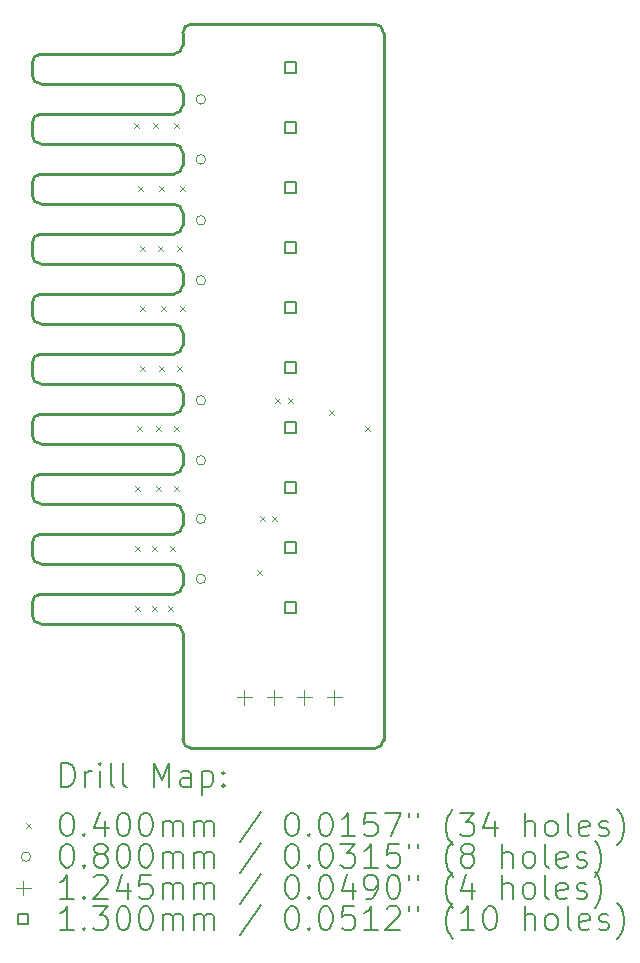
<source format=gbr>
%TF.GenerationSoftware,KiCad,Pcbnew,7.0.10*%
%TF.CreationDate,2024-07-21T08:04:50-04:00*%
%TF.ProjectId,12.1.1 - PLC Connector,31322e31-2e31-4202-9d20-504c4320436f,rev?*%
%TF.SameCoordinates,Original*%
%TF.FileFunction,Drillmap*%
%TF.FilePolarity,Positive*%
%FSLAX45Y45*%
G04 Gerber Fmt 4.5, Leading zero omitted, Abs format (unit mm)*
G04 Created by KiCad (PCBNEW 7.0.10) date 2024-07-21 08:04:50*
%MOMM*%
%LPD*%
G01*
G04 APERTURE LIST*
%ADD10C,0.250000*%
%ADD11C,0.200000*%
%ADD12C,0.100000*%
%ADD13C,0.124460*%
%ADD14C,0.130000*%
G04 APERTURE END LIST*
D10*
X14413613Y-11506217D02*
G75*
G03*
X14338614Y-11431217I-75003J-3D01*
G01*
X13213614Y-8129224D02*
G75*
G03*
X13138614Y-8204217I-5J-74996D01*
G01*
X14413614Y-12626217D02*
X14413614Y-12522217D01*
X14413614Y-10086217D02*
X14413614Y-9982217D01*
X13213614Y-8637217D02*
X14338614Y-8637217D01*
X16038614Y-14009224D02*
G75*
G03*
X16113614Y-13934217I-5J75005D01*
G01*
X14413614Y-11610217D02*
X14413614Y-11506217D01*
X13138613Y-9324217D02*
G75*
G03*
X13213614Y-9399217I74997J-3D01*
G01*
X14413614Y-13934217D02*
X14413614Y-13030217D01*
X13213614Y-9653225D02*
G75*
G03*
X13138614Y-9728217I-5J-74996D01*
G01*
X13138613Y-10848217D02*
G75*
G03*
X13213614Y-10923217I74997J-3D01*
G01*
X13138614Y-8816217D02*
X13138614Y-8712217D01*
X14413613Y-9474217D02*
G75*
G03*
X14338614Y-9399217I-75003J-3D01*
G01*
X13213614Y-11177217D02*
X14338614Y-11177217D01*
X13138614Y-9832217D02*
X13138614Y-9728217D01*
X14338614Y-8891217D02*
X13213614Y-8891217D01*
X14338614Y-12193224D02*
G75*
G03*
X14413614Y-12118217I-5J75005D01*
G01*
X13213614Y-9145217D02*
X14338614Y-9145217D01*
X14488614Y-7875217D02*
X16038614Y-7875217D01*
X13213614Y-10669225D02*
G75*
G03*
X13138614Y-10744217I-5J-74996D01*
G01*
X14413614Y-11102217D02*
X14413614Y-10998217D01*
X14413613Y-13934217D02*
G75*
G03*
X14488614Y-14009217I74997J-3D01*
G01*
X13138613Y-8308217D02*
G75*
G03*
X13213614Y-8383217I74997J-3D01*
G01*
X14338614Y-11685224D02*
G75*
G03*
X14413614Y-11610217I-5J75005D01*
G01*
X13213614Y-12193217D02*
X14338614Y-12193217D01*
X16038614Y-14009217D02*
X14488614Y-14009217D01*
X13213614Y-10669217D02*
X14338614Y-10669217D01*
X14338614Y-10161225D02*
G75*
G03*
X14413614Y-10086217I-5J75005D01*
G01*
X14413613Y-8966217D02*
G75*
G03*
X14338614Y-8891217I-75003J-3D01*
G01*
X14338614Y-10923217D02*
X13213614Y-10923217D01*
X14413614Y-8562217D02*
X14413614Y-8458217D01*
X14338614Y-10669225D02*
G75*
G03*
X14413614Y-10594217I-5J75005D01*
G01*
X13138614Y-12880217D02*
X13138614Y-12776217D01*
X14413614Y-8054217D02*
X14413614Y-7950217D01*
X13138614Y-12372217D02*
X13138614Y-12268217D01*
X16113614Y-7950217D02*
X16113614Y-13934217D01*
X14413613Y-8458217D02*
G75*
G03*
X14338614Y-8383217I-75003J-3D01*
G01*
X13138614Y-10340217D02*
X13138614Y-10236217D01*
X13138614Y-10848217D02*
X13138614Y-10744217D01*
X13138613Y-12372217D02*
G75*
G03*
X13213614Y-12447217I74997J-3D01*
G01*
X13213614Y-12701217D02*
X14338614Y-12701217D01*
X14338614Y-12447217D02*
X13213614Y-12447217D01*
X13138613Y-8816217D02*
G75*
G03*
X13213614Y-8891217I74997J-3D01*
G01*
X14413614Y-9070217D02*
X14413614Y-8966217D01*
X14338614Y-9145225D02*
G75*
G03*
X14413614Y-9070217I-5J75005D01*
G01*
X13138613Y-10340217D02*
G75*
G03*
X13213614Y-10415217I74997J-3D01*
G01*
X13138614Y-11864217D02*
X13138614Y-11760217D01*
X14413613Y-12522217D02*
G75*
G03*
X14338614Y-12447217I-75003J-3D01*
G01*
X14413613Y-9982217D02*
G75*
G03*
X14338614Y-9907217I-75003J-3D01*
G01*
X14488614Y-7875224D02*
G75*
G03*
X14413614Y-7950217I-5J-74996D01*
G01*
X13213614Y-9145225D02*
G75*
G03*
X13138614Y-9220217I-5J-74996D01*
G01*
X16113613Y-7950217D02*
G75*
G03*
X16038614Y-7875217I-75003J-3D01*
G01*
X14413613Y-12014217D02*
G75*
G03*
X14338614Y-11939217I-75003J-3D01*
G01*
X13138613Y-12880217D02*
G75*
G03*
X13213614Y-12955217I74997J-3D01*
G01*
X13138613Y-11864217D02*
G75*
G03*
X13213614Y-11939217I74997J-3D01*
G01*
X13213614Y-10161225D02*
G75*
G03*
X13138614Y-10236217I-5J-74996D01*
G01*
X13213614Y-9653217D02*
X14338614Y-9653217D01*
X13138614Y-11356217D02*
X13138614Y-11252217D01*
X13213614Y-12701224D02*
G75*
G03*
X13138614Y-12776217I-5J-74996D01*
G01*
X14338614Y-8129224D02*
G75*
G03*
X14413614Y-8054217I-5J75005D01*
G01*
X13213614Y-8129217D02*
X14338614Y-8129217D01*
X13138614Y-9324217D02*
X13138614Y-9220217D01*
X13213614Y-11177225D02*
G75*
G03*
X13138614Y-11252217I-5J-74995D01*
G01*
X14338614Y-9399217D02*
X13213614Y-9399217D01*
X13213614Y-8637225D02*
G75*
G03*
X13138614Y-8712217I-5J-74996D01*
G01*
X14338614Y-12701224D02*
G75*
G03*
X14413614Y-12626217I-5J75005D01*
G01*
X14338614Y-11939217D02*
X13213614Y-11939217D01*
X14338614Y-9653225D02*
G75*
G03*
X14413614Y-9578217I-5J75005D01*
G01*
X13213614Y-10161217D02*
X14338614Y-10161217D01*
X14338614Y-8637225D02*
G75*
G03*
X14413614Y-8562217I-5J75005D01*
G01*
X13213614Y-11685224D02*
G75*
G03*
X13138614Y-11760217I-5J-74996D01*
G01*
X13138614Y-8308217D02*
X13138614Y-8204217D01*
X13213614Y-11685217D02*
X14338614Y-11685217D01*
X14413614Y-10594217D02*
X14413614Y-10490217D01*
X14413613Y-10490217D02*
G75*
G03*
X14338614Y-10415217I-75003J-3D01*
G01*
X13213614Y-12193224D02*
G75*
G03*
X13138614Y-12268217I-5J-74996D01*
G01*
X14338614Y-10415217D02*
X13213614Y-10415217D01*
X14413614Y-12118217D02*
X14413614Y-12014217D01*
X14413614Y-9578217D02*
X14413614Y-9474217D01*
X14338614Y-11177225D02*
G75*
G03*
X14413614Y-11102217I-5J75005D01*
G01*
X13138613Y-9832217D02*
G75*
G03*
X13213614Y-9907217I74997J-3D01*
G01*
X13138613Y-11356217D02*
G75*
G03*
X13213614Y-11431217I74997J-3D01*
G01*
X14413613Y-13030217D02*
G75*
G03*
X14338614Y-12955217I-75003J-3D01*
G01*
X14338614Y-8383217D02*
X13213614Y-8383217D01*
X14413613Y-10998217D02*
G75*
G03*
X14338614Y-10923217I-75003J-3D01*
G01*
X14338614Y-11431217D02*
X13213614Y-11431217D01*
X14338614Y-12955217D02*
X13213614Y-12955217D01*
X14338614Y-9907217D02*
X13213614Y-9907217D01*
D11*
D12*
X14000800Y-8717600D02*
X14040800Y-8757600D01*
X14040800Y-8717600D02*
X14000800Y-8757600D01*
X14013500Y-11791000D02*
X14053500Y-11831000D01*
X14053500Y-11791000D02*
X14013500Y-11831000D01*
X14013500Y-12299000D02*
X14053500Y-12339000D01*
X14053500Y-12299000D02*
X14013500Y-12339000D01*
X14013500Y-12807000D02*
X14053500Y-12847000D01*
X14053500Y-12807000D02*
X14013500Y-12847000D01*
X14026200Y-11283000D02*
X14066200Y-11323000D01*
X14066200Y-11283000D02*
X14026200Y-11323000D01*
X14038900Y-9251000D02*
X14078900Y-9291000D01*
X14078900Y-9251000D02*
X14038900Y-9291000D01*
X14051600Y-9759000D02*
X14091600Y-9799000D01*
X14091600Y-9759000D02*
X14051600Y-9799000D01*
X14051600Y-10267000D02*
X14091600Y-10307000D01*
X14091600Y-10267000D02*
X14051600Y-10307000D01*
X14051600Y-10775000D02*
X14091600Y-10815000D01*
X14091600Y-10775000D02*
X14051600Y-10815000D01*
X14153200Y-12299000D02*
X14193200Y-12339000D01*
X14193200Y-12299000D02*
X14153200Y-12339000D01*
X14153200Y-12807000D02*
X14193200Y-12847000D01*
X14193200Y-12807000D02*
X14153200Y-12847000D01*
X14165900Y-8717600D02*
X14205900Y-8757600D01*
X14205900Y-8717600D02*
X14165900Y-8757600D01*
X14191300Y-11283000D02*
X14231300Y-11323000D01*
X14231300Y-11283000D02*
X14191300Y-11323000D01*
X14191300Y-11791000D02*
X14231300Y-11831000D01*
X14231300Y-11791000D02*
X14191300Y-11831000D01*
X14204000Y-9759000D02*
X14244000Y-9799000D01*
X14244000Y-9759000D02*
X14204000Y-9799000D01*
X14216700Y-9251000D02*
X14256700Y-9291000D01*
X14256700Y-9251000D02*
X14216700Y-9291000D01*
X14216700Y-10775000D02*
X14256700Y-10815000D01*
X14256700Y-10775000D02*
X14216700Y-10815000D01*
X14229400Y-10267000D02*
X14269400Y-10307000D01*
X14269400Y-10267000D02*
X14229400Y-10307000D01*
X14292900Y-12807000D02*
X14332900Y-12847000D01*
X14332900Y-12807000D02*
X14292900Y-12847000D01*
X14305600Y-12299000D02*
X14345600Y-12339000D01*
X14345600Y-12299000D02*
X14305600Y-12339000D01*
X14343700Y-8717600D02*
X14383700Y-8757600D01*
X14383700Y-8717600D02*
X14343700Y-8757600D01*
X14343700Y-11283000D02*
X14383700Y-11323000D01*
X14383700Y-11283000D02*
X14343700Y-11323000D01*
X14343700Y-11791000D02*
X14383700Y-11831000D01*
X14383700Y-11791000D02*
X14343700Y-11831000D01*
X14369100Y-9759000D02*
X14409100Y-9799000D01*
X14409100Y-9759000D02*
X14369100Y-9799000D01*
X14369100Y-10775000D02*
X14409100Y-10815000D01*
X14409100Y-10775000D02*
X14369100Y-10815000D01*
X14394500Y-9251000D02*
X14434500Y-9291000D01*
X14434500Y-9251000D02*
X14394500Y-9291000D01*
X14394500Y-10267000D02*
X14434500Y-10307000D01*
X14434500Y-10267000D02*
X14394500Y-10307000D01*
X15042190Y-12502200D02*
X15082190Y-12542200D01*
X15082190Y-12502200D02*
X15042190Y-12542200D01*
X15067600Y-12045000D02*
X15107600Y-12085000D01*
X15107600Y-12045000D02*
X15067600Y-12085000D01*
X15169200Y-12045000D02*
X15209200Y-12085000D01*
X15209200Y-12045000D02*
X15169200Y-12085000D01*
X15194600Y-11041700D02*
X15234600Y-11081700D01*
X15234600Y-11041700D02*
X15194600Y-11081700D01*
X15308900Y-11041700D02*
X15348900Y-11081700D01*
X15348900Y-11041700D02*
X15308900Y-11081700D01*
X15651800Y-11143300D02*
X15691800Y-11183300D01*
X15691800Y-11143300D02*
X15651800Y-11183300D01*
X15956600Y-11283000D02*
X15996600Y-11323000D01*
X15996600Y-11283000D02*
X15956600Y-11323000D01*
X14606900Y-8514000D02*
G75*
G03*
X14526900Y-8514000I-40000J0D01*
G01*
X14526900Y-8514000D02*
G75*
G03*
X14606900Y-8514000I40000J0D01*
G01*
X14606900Y-9022000D02*
G75*
G03*
X14526900Y-9022000I-40000J0D01*
G01*
X14526900Y-9022000D02*
G75*
G03*
X14606900Y-9022000I40000J0D01*
G01*
X14606900Y-9537700D02*
G75*
G03*
X14526900Y-9537700I-40000J0D01*
G01*
X14526900Y-9537700D02*
G75*
G03*
X14606900Y-9537700I40000J0D01*
G01*
X14606900Y-10045700D02*
G75*
G03*
X14526900Y-10045700I-40000J0D01*
G01*
X14526900Y-10045700D02*
G75*
G03*
X14606900Y-10045700I40000J0D01*
G01*
X14606900Y-11061700D02*
G75*
G03*
X14526900Y-11061700I-40000J0D01*
G01*
X14526900Y-11061700D02*
G75*
G03*
X14606900Y-11061700I40000J0D01*
G01*
X14606900Y-11569700D02*
G75*
G03*
X14526900Y-11569700I-40000J0D01*
G01*
X14526900Y-11569700D02*
G75*
G03*
X14606900Y-11569700I40000J0D01*
G01*
X14606900Y-12065000D02*
G75*
G03*
X14526900Y-12065000I-40000J0D01*
G01*
X14526900Y-12065000D02*
G75*
G03*
X14606900Y-12065000I40000J0D01*
G01*
X14606900Y-12573000D02*
G75*
G03*
X14526900Y-12573000I-40000J0D01*
G01*
X14526900Y-12573000D02*
G75*
G03*
X14606900Y-12573000I40000J0D01*
G01*
D13*
X14935200Y-13514070D02*
X14935200Y-13638530D01*
X14872970Y-13576300D02*
X14997430Y-13576300D01*
X15189200Y-13514070D02*
X15189200Y-13638530D01*
X15126970Y-13576300D02*
X15251430Y-13576300D01*
X15443200Y-13514070D02*
X15443200Y-13638530D01*
X15380970Y-13576300D02*
X15505430Y-13576300D01*
X15697200Y-13514070D02*
X15697200Y-13638530D01*
X15634970Y-13576300D02*
X15759430Y-13576300D01*
D14*
X15374862Y-8288262D02*
X15374862Y-8196338D01*
X15282938Y-8196338D01*
X15282938Y-8288262D01*
X15374862Y-8288262D01*
X15374862Y-8796262D02*
X15374862Y-8704338D01*
X15282938Y-8704338D01*
X15282938Y-8796262D01*
X15374862Y-8796262D01*
X15374862Y-9304262D02*
X15374862Y-9212338D01*
X15282938Y-9212338D01*
X15282938Y-9304262D01*
X15374862Y-9304262D01*
X15374862Y-9812262D02*
X15374862Y-9720338D01*
X15282938Y-9720338D01*
X15282938Y-9812262D01*
X15374862Y-9812262D01*
X15374862Y-10320262D02*
X15374862Y-10228338D01*
X15282938Y-10228338D01*
X15282938Y-10320262D01*
X15374862Y-10320262D01*
X15374862Y-10828262D02*
X15374862Y-10736338D01*
X15282938Y-10736338D01*
X15282938Y-10828262D01*
X15374862Y-10828262D01*
X15374862Y-11336262D02*
X15374862Y-11244338D01*
X15282938Y-11244338D01*
X15282938Y-11336262D01*
X15374862Y-11336262D01*
X15374862Y-11844262D02*
X15374862Y-11752338D01*
X15282938Y-11752338D01*
X15282938Y-11844262D01*
X15374862Y-11844262D01*
X15374862Y-12352262D02*
X15374862Y-12260338D01*
X15282938Y-12260338D01*
X15282938Y-12352262D01*
X15374862Y-12352262D01*
X15374862Y-12860262D02*
X15374862Y-12768338D01*
X15282938Y-12768338D01*
X15282938Y-12860262D01*
X15374862Y-12860262D01*
D11*
X13386890Y-14333200D02*
X13386890Y-14133200D01*
X13386890Y-14133200D02*
X13434509Y-14133200D01*
X13434509Y-14133200D02*
X13463081Y-14142724D01*
X13463081Y-14142724D02*
X13482128Y-14161772D01*
X13482128Y-14161772D02*
X13491652Y-14180819D01*
X13491652Y-14180819D02*
X13501176Y-14218915D01*
X13501176Y-14218915D02*
X13501176Y-14247486D01*
X13501176Y-14247486D02*
X13491652Y-14285581D01*
X13491652Y-14285581D02*
X13482128Y-14304629D01*
X13482128Y-14304629D02*
X13463081Y-14323677D01*
X13463081Y-14323677D02*
X13434509Y-14333200D01*
X13434509Y-14333200D02*
X13386890Y-14333200D01*
X13586890Y-14333200D02*
X13586890Y-14199867D01*
X13586890Y-14237962D02*
X13596414Y-14218915D01*
X13596414Y-14218915D02*
X13605938Y-14209391D01*
X13605938Y-14209391D02*
X13624985Y-14199867D01*
X13624985Y-14199867D02*
X13644033Y-14199867D01*
X13710700Y-14333200D02*
X13710700Y-14199867D01*
X13710700Y-14133200D02*
X13701176Y-14142724D01*
X13701176Y-14142724D02*
X13710700Y-14152248D01*
X13710700Y-14152248D02*
X13720223Y-14142724D01*
X13720223Y-14142724D02*
X13710700Y-14133200D01*
X13710700Y-14133200D02*
X13710700Y-14152248D01*
X13834509Y-14333200D02*
X13815462Y-14323677D01*
X13815462Y-14323677D02*
X13805938Y-14304629D01*
X13805938Y-14304629D02*
X13805938Y-14133200D01*
X13939271Y-14333200D02*
X13920223Y-14323677D01*
X13920223Y-14323677D02*
X13910700Y-14304629D01*
X13910700Y-14304629D02*
X13910700Y-14133200D01*
X14167843Y-14333200D02*
X14167843Y-14133200D01*
X14167843Y-14133200D02*
X14234509Y-14276057D01*
X14234509Y-14276057D02*
X14301176Y-14133200D01*
X14301176Y-14133200D02*
X14301176Y-14333200D01*
X14482128Y-14333200D02*
X14482128Y-14228438D01*
X14482128Y-14228438D02*
X14472604Y-14209391D01*
X14472604Y-14209391D02*
X14453557Y-14199867D01*
X14453557Y-14199867D02*
X14415462Y-14199867D01*
X14415462Y-14199867D02*
X14396414Y-14209391D01*
X14482128Y-14323677D02*
X14463081Y-14333200D01*
X14463081Y-14333200D02*
X14415462Y-14333200D01*
X14415462Y-14333200D02*
X14396414Y-14323677D01*
X14396414Y-14323677D02*
X14386890Y-14304629D01*
X14386890Y-14304629D02*
X14386890Y-14285581D01*
X14386890Y-14285581D02*
X14396414Y-14266534D01*
X14396414Y-14266534D02*
X14415462Y-14257010D01*
X14415462Y-14257010D02*
X14463081Y-14257010D01*
X14463081Y-14257010D02*
X14482128Y-14247486D01*
X14577366Y-14199867D02*
X14577366Y-14399867D01*
X14577366Y-14209391D02*
X14596414Y-14199867D01*
X14596414Y-14199867D02*
X14634509Y-14199867D01*
X14634509Y-14199867D02*
X14653557Y-14209391D01*
X14653557Y-14209391D02*
X14663081Y-14218915D01*
X14663081Y-14218915D02*
X14672604Y-14237962D01*
X14672604Y-14237962D02*
X14672604Y-14295105D01*
X14672604Y-14295105D02*
X14663081Y-14314153D01*
X14663081Y-14314153D02*
X14653557Y-14323677D01*
X14653557Y-14323677D02*
X14634509Y-14333200D01*
X14634509Y-14333200D02*
X14596414Y-14333200D01*
X14596414Y-14333200D02*
X14577366Y-14323677D01*
X14758319Y-14314153D02*
X14767843Y-14323677D01*
X14767843Y-14323677D02*
X14758319Y-14333200D01*
X14758319Y-14333200D02*
X14748795Y-14323677D01*
X14748795Y-14323677D02*
X14758319Y-14314153D01*
X14758319Y-14314153D02*
X14758319Y-14333200D01*
X14758319Y-14209391D02*
X14767843Y-14218915D01*
X14767843Y-14218915D02*
X14758319Y-14228438D01*
X14758319Y-14228438D02*
X14748795Y-14218915D01*
X14748795Y-14218915D02*
X14758319Y-14209391D01*
X14758319Y-14209391D02*
X14758319Y-14228438D01*
D12*
X13086113Y-14641717D02*
X13126113Y-14681717D01*
X13126113Y-14641717D02*
X13086113Y-14681717D01*
D11*
X13424985Y-14553200D02*
X13444033Y-14553200D01*
X13444033Y-14553200D02*
X13463081Y-14562724D01*
X13463081Y-14562724D02*
X13472604Y-14572248D01*
X13472604Y-14572248D02*
X13482128Y-14591296D01*
X13482128Y-14591296D02*
X13491652Y-14629391D01*
X13491652Y-14629391D02*
X13491652Y-14677010D01*
X13491652Y-14677010D02*
X13482128Y-14715105D01*
X13482128Y-14715105D02*
X13472604Y-14734153D01*
X13472604Y-14734153D02*
X13463081Y-14743677D01*
X13463081Y-14743677D02*
X13444033Y-14753200D01*
X13444033Y-14753200D02*
X13424985Y-14753200D01*
X13424985Y-14753200D02*
X13405938Y-14743677D01*
X13405938Y-14743677D02*
X13396414Y-14734153D01*
X13396414Y-14734153D02*
X13386890Y-14715105D01*
X13386890Y-14715105D02*
X13377366Y-14677010D01*
X13377366Y-14677010D02*
X13377366Y-14629391D01*
X13377366Y-14629391D02*
X13386890Y-14591296D01*
X13386890Y-14591296D02*
X13396414Y-14572248D01*
X13396414Y-14572248D02*
X13405938Y-14562724D01*
X13405938Y-14562724D02*
X13424985Y-14553200D01*
X13577366Y-14734153D02*
X13586890Y-14743677D01*
X13586890Y-14743677D02*
X13577366Y-14753200D01*
X13577366Y-14753200D02*
X13567843Y-14743677D01*
X13567843Y-14743677D02*
X13577366Y-14734153D01*
X13577366Y-14734153D02*
X13577366Y-14753200D01*
X13758319Y-14619867D02*
X13758319Y-14753200D01*
X13710700Y-14543677D02*
X13663081Y-14686534D01*
X13663081Y-14686534D02*
X13786890Y-14686534D01*
X13901176Y-14553200D02*
X13920224Y-14553200D01*
X13920224Y-14553200D02*
X13939271Y-14562724D01*
X13939271Y-14562724D02*
X13948795Y-14572248D01*
X13948795Y-14572248D02*
X13958319Y-14591296D01*
X13958319Y-14591296D02*
X13967843Y-14629391D01*
X13967843Y-14629391D02*
X13967843Y-14677010D01*
X13967843Y-14677010D02*
X13958319Y-14715105D01*
X13958319Y-14715105D02*
X13948795Y-14734153D01*
X13948795Y-14734153D02*
X13939271Y-14743677D01*
X13939271Y-14743677D02*
X13920224Y-14753200D01*
X13920224Y-14753200D02*
X13901176Y-14753200D01*
X13901176Y-14753200D02*
X13882128Y-14743677D01*
X13882128Y-14743677D02*
X13872604Y-14734153D01*
X13872604Y-14734153D02*
X13863081Y-14715105D01*
X13863081Y-14715105D02*
X13853557Y-14677010D01*
X13853557Y-14677010D02*
X13853557Y-14629391D01*
X13853557Y-14629391D02*
X13863081Y-14591296D01*
X13863081Y-14591296D02*
X13872604Y-14572248D01*
X13872604Y-14572248D02*
X13882128Y-14562724D01*
X13882128Y-14562724D02*
X13901176Y-14553200D01*
X14091652Y-14553200D02*
X14110700Y-14553200D01*
X14110700Y-14553200D02*
X14129747Y-14562724D01*
X14129747Y-14562724D02*
X14139271Y-14572248D01*
X14139271Y-14572248D02*
X14148795Y-14591296D01*
X14148795Y-14591296D02*
X14158319Y-14629391D01*
X14158319Y-14629391D02*
X14158319Y-14677010D01*
X14158319Y-14677010D02*
X14148795Y-14715105D01*
X14148795Y-14715105D02*
X14139271Y-14734153D01*
X14139271Y-14734153D02*
X14129747Y-14743677D01*
X14129747Y-14743677D02*
X14110700Y-14753200D01*
X14110700Y-14753200D02*
X14091652Y-14753200D01*
X14091652Y-14753200D02*
X14072604Y-14743677D01*
X14072604Y-14743677D02*
X14063081Y-14734153D01*
X14063081Y-14734153D02*
X14053557Y-14715105D01*
X14053557Y-14715105D02*
X14044033Y-14677010D01*
X14044033Y-14677010D02*
X14044033Y-14629391D01*
X14044033Y-14629391D02*
X14053557Y-14591296D01*
X14053557Y-14591296D02*
X14063081Y-14572248D01*
X14063081Y-14572248D02*
X14072604Y-14562724D01*
X14072604Y-14562724D02*
X14091652Y-14553200D01*
X14244033Y-14753200D02*
X14244033Y-14619867D01*
X14244033Y-14638915D02*
X14253557Y-14629391D01*
X14253557Y-14629391D02*
X14272604Y-14619867D01*
X14272604Y-14619867D02*
X14301176Y-14619867D01*
X14301176Y-14619867D02*
X14320224Y-14629391D01*
X14320224Y-14629391D02*
X14329747Y-14648438D01*
X14329747Y-14648438D02*
X14329747Y-14753200D01*
X14329747Y-14648438D02*
X14339271Y-14629391D01*
X14339271Y-14629391D02*
X14358319Y-14619867D01*
X14358319Y-14619867D02*
X14386890Y-14619867D01*
X14386890Y-14619867D02*
X14405938Y-14629391D01*
X14405938Y-14629391D02*
X14415462Y-14648438D01*
X14415462Y-14648438D02*
X14415462Y-14753200D01*
X14510700Y-14753200D02*
X14510700Y-14619867D01*
X14510700Y-14638915D02*
X14520224Y-14629391D01*
X14520224Y-14629391D02*
X14539271Y-14619867D01*
X14539271Y-14619867D02*
X14567843Y-14619867D01*
X14567843Y-14619867D02*
X14586890Y-14629391D01*
X14586890Y-14629391D02*
X14596414Y-14648438D01*
X14596414Y-14648438D02*
X14596414Y-14753200D01*
X14596414Y-14648438D02*
X14605938Y-14629391D01*
X14605938Y-14629391D02*
X14624985Y-14619867D01*
X14624985Y-14619867D02*
X14653557Y-14619867D01*
X14653557Y-14619867D02*
X14672605Y-14629391D01*
X14672605Y-14629391D02*
X14682128Y-14648438D01*
X14682128Y-14648438D02*
X14682128Y-14753200D01*
X15072605Y-14543677D02*
X14901176Y-14800819D01*
X15329747Y-14553200D02*
X15348795Y-14553200D01*
X15348795Y-14553200D02*
X15367843Y-14562724D01*
X15367843Y-14562724D02*
X15377367Y-14572248D01*
X15377367Y-14572248D02*
X15386890Y-14591296D01*
X15386890Y-14591296D02*
X15396414Y-14629391D01*
X15396414Y-14629391D02*
X15396414Y-14677010D01*
X15396414Y-14677010D02*
X15386890Y-14715105D01*
X15386890Y-14715105D02*
X15377367Y-14734153D01*
X15377367Y-14734153D02*
X15367843Y-14743677D01*
X15367843Y-14743677D02*
X15348795Y-14753200D01*
X15348795Y-14753200D02*
X15329747Y-14753200D01*
X15329747Y-14753200D02*
X15310700Y-14743677D01*
X15310700Y-14743677D02*
X15301176Y-14734153D01*
X15301176Y-14734153D02*
X15291652Y-14715105D01*
X15291652Y-14715105D02*
X15282128Y-14677010D01*
X15282128Y-14677010D02*
X15282128Y-14629391D01*
X15282128Y-14629391D02*
X15291652Y-14591296D01*
X15291652Y-14591296D02*
X15301176Y-14572248D01*
X15301176Y-14572248D02*
X15310700Y-14562724D01*
X15310700Y-14562724D02*
X15329747Y-14553200D01*
X15482128Y-14734153D02*
X15491652Y-14743677D01*
X15491652Y-14743677D02*
X15482128Y-14753200D01*
X15482128Y-14753200D02*
X15472605Y-14743677D01*
X15472605Y-14743677D02*
X15482128Y-14734153D01*
X15482128Y-14734153D02*
X15482128Y-14753200D01*
X15615462Y-14553200D02*
X15634509Y-14553200D01*
X15634509Y-14553200D02*
X15653557Y-14562724D01*
X15653557Y-14562724D02*
X15663081Y-14572248D01*
X15663081Y-14572248D02*
X15672605Y-14591296D01*
X15672605Y-14591296D02*
X15682128Y-14629391D01*
X15682128Y-14629391D02*
X15682128Y-14677010D01*
X15682128Y-14677010D02*
X15672605Y-14715105D01*
X15672605Y-14715105D02*
X15663081Y-14734153D01*
X15663081Y-14734153D02*
X15653557Y-14743677D01*
X15653557Y-14743677D02*
X15634509Y-14753200D01*
X15634509Y-14753200D02*
X15615462Y-14753200D01*
X15615462Y-14753200D02*
X15596414Y-14743677D01*
X15596414Y-14743677D02*
X15586890Y-14734153D01*
X15586890Y-14734153D02*
X15577367Y-14715105D01*
X15577367Y-14715105D02*
X15567843Y-14677010D01*
X15567843Y-14677010D02*
X15567843Y-14629391D01*
X15567843Y-14629391D02*
X15577367Y-14591296D01*
X15577367Y-14591296D02*
X15586890Y-14572248D01*
X15586890Y-14572248D02*
X15596414Y-14562724D01*
X15596414Y-14562724D02*
X15615462Y-14553200D01*
X15872605Y-14753200D02*
X15758319Y-14753200D01*
X15815462Y-14753200D02*
X15815462Y-14553200D01*
X15815462Y-14553200D02*
X15796414Y-14581772D01*
X15796414Y-14581772D02*
X15777367Y-14600819D01*
X15777367Y-14600819D02*
X15758319Y-14610343D01*
X16053557Y-14553200D02*
X15958319Y-14553200D01*
X15958319Y-14553200D02*
X15948795Y-14648438D01*
X15948795Y-14648438D02*
X15958319Y-14638915D01*
X15958319Y-14638915D02*
X15977367Y-14629391D01*
X15977367Y-14629391D02*
X16024986Y-14629391D01*
X16024986Y-14629391D02*
X16044033Y-14638915D01*
X16044033Y-14638915D02*
X16053557Y-14648438D01*
X16053557Y-14648438D02*
X16063081Y-14667486D01*
X16063081Y-14667486D02*
X16063081Y-14715105D01*
X16063081Y-14715105D02*
X16053557Y-14734153D01*
X16053557Y-14734153D02*
X16044033Y-14743677D01*
X16044033Y-14743677D02*
X16024986Y-14753200D01*
X16024986Y-14753200D02*
X15977367Y-14753200D01*
X15977367Y-14753200D02*
X15958319Y-14743677D01*
X15958319Y-14743677D02*
X15948795Y-14734153D01*
X16129748Y-14553200D02*
X16263081Y-14553200D01*
X16263081Y-14553200D02*
X16177367Y-14753200D01*
X16329748Y-14553200D02*
X16329748Y-14591296D01*
X16405938Y-14553200D02*
X16405938Y-14591296D01*
X16701176Y-14829391D02*
X16691652Y-14819867D01*
X16691652Y-14819867D02*
X16672605Y-14791296D01*
X16672605Y-14791296D02*
X16663081Y-14772248D01*
X16663081Y-14772248D02*
X16653557Y-14743677D01*
X16653557Y-14743677D02*
X16644033Y-14696057D01*
X16644033Y-14696057D02*
X16644033Y-14657962D01*
X16644033Y-14657962D02*
X16653557Y-14610343D01*
X16653557Y-14610343D02*
X16663081Y-14581772D01*
X16663081Y-14581772D02*
X16672605Y-14562724D01*
X16672605Y-14562724D02*
X16691652Y-14534153D01*
X16691652Y-14534153D02*
X16701176Y-14524629D01*
X16758319Y-14553200D02*
X16882129Y-14553200D01*
X16882129Y-14553200D02*
X16815462Y-14629391D01*
X16815462Y-14629391D02*
X16844033Y-14629391D01*
X16844033Y-14629391D02*
X16863081Y-14638915D01*
X16863081Y-14638915D02*
X16872605Y-14648438D01*
X16872605Y-14648438D02*
X16882129Y-14667486D01*
X16882129Y-14667486D02*
X16882129Y-14715105D01*
X16882129Y-14715105D02*
X16872605Y-14734153D01*
X16872605Y-14734153D02*
X16863081Y-14743677D01*
X16863081Y-14743677D02*
X16844033Y-14753200D01*
X16844033Y-14753200D02*
X16786891Y-14753200D01*
X16786891Y-14753200D02*
X16767843Y-14743677D01*
X16767843Y-14743677D02*
X16758319Y-14734153D01*
X17053557Y-14619867D02*
X17053557Y-14753200D01*
X17005938Y-14543677D02*
X16958319Y-14686534D01*
X16958319Y-14686534D02*
X17082129Y-14686534D01*
X17310700Y-14753200D02*
X17310700Y-14553200D01*
X17396414Y-14753200D02*
X17396414Y-14648438D01*
X17396414Y-14648438D02*
X17386891Y-14629391D01*
X17386891Y-14629391D02*
X17367843Y-14619867D01*
X17367843Y-14619867D02*
X17339272Y-14619867D01*
X17339272Y-14619867D02*
X17320224Y-14629391D01*
X17320224Y-14629391D02*
X17310700Y-14638915D01*
X17520224Y-14753200D02*
X17501176Y-14743677D01*
X17501176Y-14743677D02*
X17491653Y-14734153D01*
X17491653Y-14734153D02*
X17482129Y-14715105D01*
X17482129Y-14715105D02*
X17482129Y-14657962D01*
X17482129Y-14657962D02*
X17491653Y-14638915D01*
X17491653Y-14638915D02*
X17501176Y-14629391D01*
X17501176Y-14629391D02*
X17520224Y-14619867D01*
X17520224Y-14619867D02*
X17548795Y-14619867D01*
X17548795Y-14619867D02*
X17567843Y-14629391D01*
X17567843Y-14629391D02*
X17577367Y-14638915D01*
X17577367Y-14638915D02*
X17586891Y-14657962D01*
X17586891Y-14657962D02*
X17586891Y-14715105D01*
X17586891Y-14715105D02*
X17577367Y-14734153D01*
X17577367Y-14734153D02*
X17567843Y-14743677D01*
X17567843Y-14743677D02*
X17548795Y-14753200D01*
X17548795Y-14753200D02*
X17520224Y-14753200D01*
X17701176Y-14753200D02*
X17682129Y-14743677D01*
X17682129Y-14743677D02*
X17672605Y-14724629D01*
X17672605Y-14724629D02*
X17672605Y-14553200D01*
X17853557Y-14743677D02*
X17834510Y-14753200D01*
X17834510Y-14753200D02*
X17796414Y-14753200D01*
X17796414Y-14753200D02*
X17777367Y-14743677D01*
X17777367Y-14743677D02*
X17767843Y-14724629D01*
X17767843Y-14724629D02*
X17767843Y-14648438D01*
X17767843Y-14648438D02*
X17777367Y-14629391D01*
X17777367Y-14629391D02*
X17796414Y-14619867D01*
X17796414Y-14619867D02*
X17834510Y-14619867D01*
X17834510Y-14619867D02*
X17853557Y-14629391D01*
X17853557Y-14629391D02*
X17863081Y-14648438D01*
X17863081Y-14648438D02*
X17863081Y-14667486D01*
X17863081Y-14667486D02*
X17767843Y-14686534D01*
X17939272Y-14743677D02*
X17958319Y-14753200D01*
X17958319Y-14753200D02*
X17996414Y-14753200D01*
X17996414Y-14753200D02*
X18015462Y-14743677D01*
X18015462Y-14743677D02*
X18024986Y-14724629D01*
X18024986Y-14724629D02*
X18024986Y-14715105D01*
X18024986Y-14715105D02*
X18015462Y-14696057D01*
X18015462Y-14696057D02*
X17996414Y-14686534D01*
X17996414Y-14686534D02*
X17967843Y-14686534D01*
X17967843Y-14686534D02*
X17948795Y-14677010D01*
X17948795Y-14677010D02*
X17939272Y-14657962D01*
X17939272Y-14657962D02*
X17939272Y-14648438D01*
X17939272Y-14648438D02*
X17948795Y-14629391D01*
X17948795Y-14629391D02*
X17967843Y-14619867D01*
X17967843Y-14619867D02*
X17996414Y-14619867D01*
X17996414Y-14619867D02*
X18015462Y-14629391D01*
X18091653Y-14829391D02*
X18101176Y-14819867D01*
X18101176Y-14819867D02*
X18120224Y-14791296D01*
X18120224Y-14791296D02*
X18129748Y-14772248D01*
X18129748Y-14772248D02*
X18139272Y-14743677D01*
X18139272Y-14743677D02*
X18148795Y-14696057D01*
X18148795Y-14696057D02*
X18148795Y-14657962D01*
X18148795Y-14657962D02*
X18139272Y-14610343D01*
X18139272Y-14610343D02*
X18129748Y-14581772D01*
X18129748Y-14581772D02*
X18120224Y-14562724D01*
X18120224Y-14562724D02*
X18101176Y-14534153D01*
X18101176Y-14534153D02*
X18091653Y-14524629D01*
D12*
X13126113Y-14925717D02*
G75*
G03*
X13046113Y-14925717I-40000J0D01*
G01*
X13046113Y-14925717D02*
G75*
G03*
X13126113Y-14925717I40000J0D01*
G01*
D11*
X13424985Y-14817200D02*
X13444033Y-14817200D01*
X13444033Y-14817200D02*
X13463081Y-14826724D01*
X13463081Y-14826724D02*
X13472604Y-14836248D01*
X13472604Y-14836248D02*
X13482128Y-14855296D01*
X13482128Y-14855296D02*
X13491652Y-14893391D01*
X13491652Y-14893391D02*
X13491652Y-14941010D01*
X13491652Y-14941010D02*
X13482128Y-14979105D01*
X13482128Y-14979105D02*
X13472604Y-14998153D01*
X13472604Y-14998153D02*
X13463081Y-15007677D01*
X13463081Y-15007677D02*
X13444033Y-15017200D01*
X13444033Y-15017200D02*
X13424985Y-15017200D01*
X13424985Y-15017200D02*
X13405938Y-15007677D01*
X13405938Y-15007677D02*
X13396414Y-14998153D01*
X13396414Y-14998153D02*
X13386890Y-14979105D01*
X13386890Y-14979105D02*
X13377366Y-14941010D01*
X13377366Y-14941010D02*
X13377366Y-14893391D01*
X13377366Y-14893391D02*
X13386890Y-14855296D01*
X13386890Y-14855296D02*
X13396414Y-14836248D01*
X13396414Y-14836248D02*
X13405938Y-14826724D01*
X13405938Y-14826724D02*
X13424985Y-14817200D01*
X13577366Y-14998153D02*
X13586890Y-15007677D01*
X13586890Y-15007677D02*
X13577366Y-15017200D01*
X13577366Y-15017200D02*
X13567843Y-15007677D01*
X13567843Y-15007677D02*
X13577366Y-14998153D01*
X13577366Y-14998153D02*
X13577366Y-15017200D01*
X13701176Y-14902915D02*
X13682128Y-14893391D01*
X13682128Y-14893391D02*
X13672604Y-14883867D01*
X13672604Y-14883867D02*
X13663081Y-14864819D01*
X13663081Y-14864819D02*
X13663081Y-14855296D01*
X13663081Y-14855296D02*
X13672604Y-14836248D01*
X13672604Y-14836248D02*
X13682128Y-14826724D01*
X13682128Y-14826724D02*
X13701176Y-14817200D01*
X13701176Y-14817200D02*
X13739271Y-14817200D01*
X13739271Y-14817200D02*
X13758319Y-14826724D01*
X13758319Y-14826724D02*
X13767843Y-14836248D01*
X13767843Y-14836248D02*
X13777366Y-14855296D01*
X13777366Y-14855296D02*
X13777366Y-14864819D01*
X13777366Y-14864819D02*
X13767843Y-14883867D01*
X13767843Y-14883867D02*
X13758319Y-14893391D01*
X13758319Y-14893391D02*
X13739271Y-14902915D01*
X13739271Y-14902915D02*
X13701176Y-14902915D01*
X13701176Y-14902915D02*
X13682128Y-14912438D01*
X13682128Y-14912438D02*
X13672604Y-14921962D01*
X13672604Y-14921962D02*
X13663081Y-14941010D01*
X13663081Y-14941010D02*
X13663081Y-14979105D01*
X13663081Y-14979105D02*
X13672604Y-14998153D01*
X13672604Y-14998153D02*
X13682128Y-15007677D01*
X13682128Y-15007677D02*
X13701176Y-15017200D01*
X13701176Y-15017200D02*
X13739271Y-15017200D01*
X13739271Y-15017200D02*
X13758319Y-15007677D01*
X13758319Y-15007677D02*
X13767843Y-14998153D01*
X13767843Y-14998153D02*
X13777366Y-14979105D01*
X13777366Y-14979105D02*
X13777366Y-14941010D01*
X13777366Y-14941010D02*
X13767843Y-14921962D01*
X13767843Y-14921962D02*
X13758319Y-14912438D01*
X13758319Y-14912438D02*
X13739271Y-14902915D01*
X13901176Y-14817200D02*
X13920224Y-14817200D01*
X13920224Y-14817200D02*
X13939271Y-14826724D01*
X13939271Y-14826724D02*
X13948795Y-14836248D01*
X13948795Y-14836248D02*
X13958319Y-14855296D01*
X13958319Y-14855296D02*
X13967843Y-14893391D01*
X13967843Y-14893391D02*
X13967843Y-14941010D01*
X13967843Y-14941010D02*
X13958319Y-14979105D01*
X13958319Y-14979105D02*
X13948795Y-14998153D01*
X13948795Y-14998153D02*
X13939271Y-15007677D01*
X13939271Y-15007677D02*
X13920224Y-15017200D01*
X13920224Y-15017200D02*
X13901176Y-15017200D01*
X13901176Y-15017200D02*
X13882128Y-15007677D01*
X13882128Y-15007677D02*
X13872604Y-14998153D01*
X13872604Y-14998153D02*
X13863081Y-14979105D01*
X13863081Y-14979105D02*
X13853557Y-14941010D01*
X13853557Y-14941010D02*
X13853557Y-14893391D01*
X13853557Y-14893391D02*
X13863081Y-14855296D01*
X13863081Y-14855296D02*
X13872604Y-14836248D01*
X13872604Y-14836248D02*
X13882128Y-14826724D01*
X13882128Y-14826724D02*
X13901176Y-14817200D01*
X14091652Y-14817200D02*
X14110700Y-14817200D01*
X14110700Y-14817200D02*
X14129747Y-14826724D01*
X14129747Y-14826724D02*
X14139271Y-14836248D01*
X14139271Y-14836248D02*
X14148795Y-14855296D01*
X14148795Y-14855296D02*
X14158319Y-14893391D01*
X14158319Y-14893391D02*
X14158319Y-14941010D01*
X14158319Y-14941010D02*
X14148795Y-14979105D01*
X14148795Y-14979105D02*
X14139271Y-14998153D01*
X14139271Y-14998153D02*
X14129747Y-15007677D01*
X14129747Y-15007677D02*
X14110700Y-15017200D01*
X14110700Y-15017200D02*
X14091652Y-15017200D01*
X14091652Y-15017200D02*
X14072604Y-15007677D01*
X14072604Y-15007677D02*
X14063081Y-14998153D01*
X14063081Y-14998153D02*
X14053557Y-14979105D01*
X14053557Y-14979105D02*
X14044033Y-14941010D01*
X14044033Y-14941010D02*
X14044033Y-14893391D01*
X14044033Y-14893391D02*
X14053557Y-14855296D01*
X14053557Y-14855296D02*
X14063081Y-14836248D01*
X14063081Y-14836248D02*
X14072604Y-14826724D01*
X14072604Y-14826724D02*
X14091652Y-14817200D01*
X14244033Y-15017200D02*
X14244033Y-14883867D01*
X14244033Y-14902915D02*
X14253557Y-14893391D01*
X14253557Y-14893391D02*
X14272604Y-14883867D01*
X14272604Y-14883867D02*
X14301176Y-14883867D01*
X14301176Y-14883867D02*
X14320224Y-14893391D01*
X14320224Y-14893391D02*
X14329747Y-14912438D01*
X14329747Y-14912438D02*
X14329747Y-15017200D01*
X14329747Y-14912438D02*
X14339271Y-14893391D01*
X14339271Y-14893391D02*
X14358319Y-14883867D01*
X14358319Y-14883867D02*
X14386890Y-14883867D01*
X14386890Y-14883867D02*
X14405938Y-14893391D01*
X14405938Y-14893391D02*
X14415462Y-14912438D01*
X14415462Y-14912438D02*
X14415462Y-15017200D01*
X14510700Y-15017200D02*
X14510700Y-14883867D01*
X14510700Y-14902915D02*
X14520224Y-14893391D01*
X14520224Y-14893391D02*
X14539271Y-14883867D01*
X14539271Y-14883867D02*
X14567843Y-14883867D01*
X14567843Y-14883867D02*
X14586890Y-14893391D01*
X14586890Y-14893391D02*
X14596414Y-14912438D01*
X14596414Y-14912438D02*
X14596414Y-15017200D01*
X14596414Y-14912438D02*
X14605938Y-14893391D01*
X14605938Y-14893391D02*
X14624985Y-14883867D01*
X14624985Y-14883867D02*
X14653557Y-14883867D01*
X14653557Y-14883867D02*
X14672605Y-14893391D01*
X14672605Y-14893391D02*
X14682128Y-14912438D01*
X14682128Y-14912438D02*
X14682128Y-15017200D01*
X15072605Y-14807677D02*
X14901176Y-15064819D01*
X15329747Y-14817200D02*
X15348795Y-14817200D01*
X15348795Y-14817200D02*
X15367843Y-14826724D01*
X15367843Y-14826724D02*
X15377367Y-14836248D01*
X15377367Y-14836248D02*
X15386890Y-14855296D01*
X15386890Y-14855296D02*
X15396414Y-14893391D01*
X15396414Y-14893391D02*
X15396414Y-14941010D01*
X15396414Y-14941010D02*
X15386890Y-14979105D01*
X15386890Y-14979105D02*
X15377367Y-14998153D01*
X15377367Y-14998153D02*
X15367843Y-15007677D01*
X15367843Y-15007677D02*
X15348795Y-15017200D01*
X15348795Y-15017200D02*
X15329747Y-15017200D01*
X15329747Y-15017200D02*
X15310700Y-15007677D01*
X15310700Y-15007677D02*
X15301176Y-14998153D01*
X15301176Y-14998153D02*
X15291652Y-14979105D01*
X15291652Y-14979105D02*
X15282128Y-14941010D01*
X15282128Y-14941010D02*
X15282128Y-14893391D01*
X15282128Y-14893391D02*
X15291652Y-14855296D01*
X15291652Y-14855296D02*
X15301176Y-14836248D01*
X15301176Y-14836248D02*
X15310700Y-14826724D01*
X15310700Y-14826724D02*
X15329747Y-14817200D01*
X15482128Y-14998153D02*
X15491652Y-15007677D01*
X15491652Y-15007677D02*
X15482128Y-15017200D01*
X15482128Y-15017200D02*
X15472605Y-15007677D01*
X15472605Y-15007677D02*
X15482128Y-14998153D01*
X15482128Y-14998153D02*
X15482128Y-15017200D01*
X15615462Y-14817200D02*
X15634509Y-14817200D01*
X15634509Y-14817200D02*
X15653557Y-14826724D01*
X15653557Y-14826724D02*
X15663081Y-14836248D01*
X15663081Y-14836248D02*
X15672605Y-14855296D01*
X15672605Y-14855296D02*
X15682128Y-14893391D01*
X15682128Y-14893391D02*
X15682128Y-14941010D01*
X15682128Y-14941010D02*
X15672605Y-14979105D01*
X15672605Y-14979105D02*
X15663081Y-14998153D01*
X15663081Y-14998153D02*
X15653557Y-15007677D01*
X15653557Y-15007677D02*
X15634509Y-15017200D01*
X15634509Y-15017200D02*
X15615462Y-15017200D01*
X15615462Y-15017200D02*
X15596414Y-15007677D01*
X15596414Y-15007677D02*
X15586890Y-14998153D01*
X15586890Y-14998153D02*
X15577367Y-14979105D01*
X15577367Y-14979105D02*
X15567843Y-14941010D01*
X15567843Y-14941010D02*
X15567843Y-14893391D01*
X15567843Y-14893391D02*
X15577367Y-14855296D01*
X15577367Y-14855296D02*
X15586890Y-14836248D01*
X15586890Y-14836248D02*
X15596414Y-14826724D01*
X15596414Y-14826724D02*
X15615462Y-14817200D01*
X15748795Y-14817200D02*
X15872605Y-14817200D01*
X15872605Y-14817200D02*
X15805938Y-14893391D01*
X15805938Y-14893391D02*
X15834509Y-14893391D01*
X15834509Y-14893391D02*
X15853557Y-14902915D01*
X15853557Y-14902915D02*
X15863081Y-14912438D01*
X15863081Y-14912438D02*
X15872605Y-14931486D01*
X15872605Y-14931486D02*
X15872605Y-14979105D01*
X15872605Y-14979105D02*
X15863081Y-14998153D01*
X15863081Y-14998153D02*
X15853557Y-15007677D01*
X15853557Y-15007677D02*
X15834509Y-15017200D01*
X15834509Y-15017200D02*
X15777367Y-15017200D01*
X15777367Y-15017200D02*
X15758319Y-15007677D01*
X15758319Y-15007677D02*
X15748795Y-14998153D01*
X16063081Y-15017200D02*
X15948795Y-15017200D01*
X16005938Y-15017200D02*
X16005938Y-14817200D01*
X16005938Y-14817200D02*
X15986890Y-14845772D01*
X15986890Y-14845772D02*
X15967843Y-14864819D01*
X15967843Y-14864819D02*
X15948795Y-14874343D01*
X16244033Y-14817200D02*
X16148795Y-14817200D01*
X16148795Y-14817200D02*
X16139271Y-14912438D01*
X16139271Y-14912438D02*
X16148795Y-14902915D01*
X16148795Y-14902915D02*
X16167843Y-14893391D01*
X16167843Y-14893391D02*
X16215462Y-14893391D01*
X16215462Y-14893391D02*
X16234509Y-14902915D01*
X16234509Y-14902915D02*
X16244033Y-14912438D01*
X16244033Y-14912438D02*
X16253557Y-14931486D01*
X16253557Y-14931486D02*
X16253557Y-14979105D01*
X16253557Y-14979105D02*
X16244033Y-14998153D01*
X16244033Y-14998153D02*
X16234509Y-15007677D01*
X16234509Y-15007677D02*
X16215462Y-15017200D01*
X16215462Y-15017200D02*
X16167843Y-15017200D01*
X16167843Y-15017200D02*
X16148795Y-15007677D01*
X16148795Y-15007677D02*
X16139271Y-14998153D01*
X16329748Y-14817200D02*
X16329748Y-14855296D01*
X16405938Y-14817200D02*
X16405938Y-14855296D01*
X16701176Y-15093391D02*
X16691652Y-15083867D01*
X16691652Y-15083867D02*
X16672605Y-15055296D01*
X16672605Y-15055296D02*
X16663081Y-15036248D01*
X16663081Y-15036248D02*
X16653557Y-15007677D01*
X16653557Y-15007677D02*
X16644033Y-14960057D01*
X16644033Y-14960057D02*
X16644033Y-14921962D01*
X16644033Y-14921962D02*
X16653557Y-14874343D01*
X16653557Y-14874343D02*
X16663081Y-14845772D01*
X16663081Y-14845772D02*
X16672605Y-14826724D01*
X16672605Y-14826724D02*
X16691652Y-14798153D01*
X16691652Y-14798153D02*
X16701176Y-14788629D01*
X16805938Y-14902915D02*
X16786891Y-14893391D01*
X16786891Y-14893391D02*
X16777367Y-14883867D01*
X16777367Y-14883867D02*
X16767843Y-14864819D01*
X16767843Y-14864819D02*
X16767843Y-14855296D01*
X16767843Y-14855296D02*
X16777367Y-14836248D01*
X16777367Y-14836248D02*
X16786891Y-14826724D01*
X16786891Y-14826724D02*
X16805938Y-14817200D01*
X16805938Y-14817200D02*
X16844033Y-14817200D01*
X16844033Y-14817200D02*
X16863081Y-14826724D01*
X16863081Y-14826724D02*
X16872605Y-14836248D01*
X16872605Y-14836248D02*
X16882129Y-14855296D01*
X16882129Y-14855296D02*
X16882129Y-14864819D01*
X16882129Y-14864819D02*
X16872605Y-14883867D01*
X16872605Y-14883867D02*
X16863081Y-14893391D01*
X16863081Y-14893391D02*
X16844033Y-14902915D01*
X16844033Y-14902915D02*
X16805938Y-14902915D01*
X16805938Y-14902915D02*
X16786891Y-14912438D01*
X16786891Y-14912438D02*
X16777367Y-14921962D01*
X16777367Y-14921962D02*
X16767843Y-14941010D01*
X16767843Y-14941010D02*
X16767843Y-14979105D01*
X16767843Y-14979105D02*
X16777367Y-14998153D01*
X16777367Y-14998153D02*
X16786891Y-15007677D01*
X16786891Y-15007677D02*
X16805938Y-15017200D01*
X16805938Y-15017200D02*
X16844033Y-15017200D01*
X16844033Y-15017200D02*
X16863081Y-15007677D01*
X16863081Y-15007677D02*
X16872605Y-14998153D01*
X16872605Y-14998153D02*
X16882129Y-14979105D01*
X16882129Y-14979105D02*
X16882129Y-14941010D01*
X16882129Y-14941010D02*
X16872605Y-14921962D01*
X16872605Y-14921962D02*
X16863081Y-14912438D01*
X16863081Y-14912438D02*
X16844033Y-14902915D01*
X17120224Y-15017200D02*
X17120224Y-14817200D01*
X17205938Y-15017200D02*
X17205938Y-14912438D01*
X17205938Y-14912438D02*
X17196414Y-14893391D01*
X17196414Y-14893391D02*
X17177367Y-14883867D01*
X17177367Y-14883867D02*
X17148795Y-14883867D01*
X17148795Y-14883867D02*
X17129748Y-14893391D01*
X17129748Y-14893391D02*
X17120224Y-14902915D01*
X17329748Y-15017200D02*
X17310700Y-15007677D01*
X17310700Y-15007677D02*
X17301176Y-14998153D01*
X17301176Y-14998153D02*
X17291653Y-14979105D01*
X17291653Y-14979105D02*
X17291653Y-14921962D01*
X17291653Y-14921962D02*
X17301176Y-14902915D01*
X17301176Y-14902915D02*
X17310700Y-14893391D01*
X17310700Y-14893391D02*
X17329748Y-14883867D01*
X17329748Y-14883867D02*
X17358319Y-14883867D01*
X17358319Y-14883867D02*
X17377367Y-14893391D01*
X17377367Y-14893391D02*
X17386891Y-14902915D01*
X17386891Y-14902915D02*
X17396414Y-14921962D01*
X17396414Y-14921962D02*
X17396414Y-14979105D01*
X17396414Y-14979105D02*
X17386891Y-14998153D01*
X17386891Y-14998153D02*
X17377367Y-15007677D01*
X17377367Y-15007677D02*
X17358319Y-15017200D01*
X17358319Y-15017200D02*
X17329748Y-15017200D01*
X17510700Y-15017200D02*
X17491653Y-15007677D01*
X17491653Y-15007677D02*
X17482129Y-14988629D01*
X17482129Y-14988629D02*
X17482129Y-14817200D01*
X17663081Y-15007677D02*
X17644034Y-15017200D01*
X17644034Y-15017200D02*
X17605938Y-15017200D01*
X17605938Y-15017200D02*
X17586891Y-15007677D01*
X17586891Y-15007677D02*
X17577367Y-14988629D01*
X17577367Y-14988629D02*
X17577367Y-14912438D01*
X17577367Y-14912438D02*
X17586891Y-14893391D01*
X17586891Y-14893391D02*
X17605938Y-14883867D01*
X17605938Y-14883867D02*
X17644034Y-14883867D01*
X17644034Y-14883867D02*
X17663081Y-14893391D01*
X17663081Y-14893391D02*
X17672605Y-14912438D01*
X17672605Y-14912438D02*
X17672605Y-14931486D01*
X17672605Y-14931486D02*
X17577367Y-14950534D01*
X17748795Y-15007677D02*
X17767843Y-15017200D01*
X17767843Y-15017200D02*
X17805938Y-15017200D01*
X17805938Y-15017200D02*
X17824986Y-15007677D01*
X17824986Y-15007677D02*
X17834510Y-14988629D01*
X17834510Y-14988629D02*
X17834510Y-14979105D01*
X17834510Y-14979105D02*
X17824986Y-14960057D01*
X17824986Y-14960057D02*
X17805938Y-14950534D01*
X17805938Y-14950534D02*
X17777367Y-14950534D01*
X17777367Y-14950534D02*
X17758319Y-14941010D01*
X17758319Y-14941010D02*
X17748795Y-14921962D01*
X17748795Y-14921962D02*
X17748795Y-14912438D01*
X17748795Y-14912438D02*
X17758319Y-14893391D01*
X17758319Y-14893391D02*
X17777367Y-14883867D01*
X17777367Y-14883867D02*
X17805938Y-14883867D01*
X17805938Y-14883867D02*
X17824986Y-14893391D01*
X17901176Y-15093391D02*
X17910700Y-15083867D01*
X17910700Y-15083867D02*
X17929748Y-15055296D01*
X17929748Y-15055296D02*
X17939272Y-15036248D01*
X17939272Y-15036248D02*
X17948795Y-15007677D01*
X17948795Y-15007677D02*
X17958319Y-14960057D01*
X17958319Y-14960057D02*
X17958319Y-14921962D01*
X17958319Y-14921962D02*
X17948795Y-14874343D01*
X17948795Y-14874343D02*
X17939272Y-14845772D01*
X17939272Y-14845772D02*
X17929748Y-14826724D01*
X17929748Y-14826724D02*
X17910700Y-14798153D01*
X17910700Y-14798153D02*
X17901176Y-14788629D01*
D13*
X13063883Y-15127487D02*
X13063883Y-15251947D01*
X13001653Y-15189717D02*
X13126113Y-15189717D01*
D11*
X13491652Y-15281200D02*
X13377366Y-15281200D01*
X13434509Y-15281200D02*
X13434509Y-15081200D01*
X13434509Y-15081200D02*
X13415462Y-15109772D01*
X13415462Y-15109772D02*
X13396414Y-15128819D01*
X13396414Y-15128819D02*
X13377366Y-15138343D01*
X13577366Y-15262153D02*
X13586890Y-15271677D01*
X13586890Y-15271677D02*
X13577366Y-15281200D01*
X13577366Y-15281200D02*
X13567843Y-15271677D01*
X13567843Y-15271677D02*
X13577366Y-15262153D01*
X13577366Y-15262153D02*
X13577366Y-15281200D01*
X13663081Y-15100248D02*
X13672604Y-15090724D01*
X13672604Y-15090724D02*
X13691652Y-15081200D01*
X13691652Y-15081200D02*
X13739271Y-15081200D01*
X13739271Y-15081200D02*
X13758319Y-15090724D01*
X13758319Y-15090724D02*
X13767843Y-15100248D01*
X13767843Y-15100248D02*
X13777366Y-15119296D01*
X13777366Y-15119296D02*
X13777366Y-15138343D01*
X13777366Y-15138343D02*
X13767843Y-15166915D01*
X13767843Y-15166915D02*
X13653557Y-15281200D01*
X13653557Y-15281200D02*
X13777366Y-15281200D01*
X13948795Y-15147867D02*
X13948795Y-15281200D01*
X13901176Y-15071677D02*
X13853557Y-15214534D01*
X13853557Y-15214534D02*
X13977366Y-15214534D01*
X14148795Y-15081200D02*
X14053557Y-15081200D01*
X14053557Y-15081200D02*
X14044033Y-15176438D01*
X14044033Y-15176438D02*
X14053557Y-15166915D01*
X14053557Y-15166915D02*
X14072604Y-15157391D01*
X14072604Y-15157391D02*
X14120224Y-15157391D01*
X14120224Y-15157391D02*
X14139271Y-15166915D01*
X14139271Y-15166915D02*
X14148795Y-15176438D01*
X14148795Y-15176438D02*
X14158319Y-15195486D01*
X14158319Y-15195486D02*
X14158319Y-15243105D01*
X14158319Y-15243105D02*
X14148795Y-15262153D01*
X14148795Y-15262153D02*
X14139271Y-15271677D01*
X14139271Y-15271677D02*
X14120224Y-15281200D01*
X14120224Y-15281200D02*
X14072604Y-15281200D01*
X14072604Y-15281200D02*
X14053557Y-15271677D01*
X14053557Y-15271677D02*
X14044033Y-15262153D01*
X14244033Y-15281200D02*
X14244033Y-15147867D01*
X14244033Y-15166915D02*
X14253557Y-15157391D01*
X14253557Y-15157391D02*
X14272604Y-15147867D01*
X14272604Y-15147867D02*
X14301176Y-15147867D01*
X14301176Y-15147867D02*
X14320224Y-15157391D01*
X14320224Y-15157391D02*
X14329747Y-15176438D01*
X14329747Y-15176438D02*
X14329747Y-15281200D01*
X14329747Y-15176438D02*
X14339271Y-15157391D01*
X14339271Y-15157391D02*
X14358319Y-15147867D01*
X14358319Y-15147867D02*
X14386890Y-15147867D01*
X14386890Y-15147867D02*
X14405938Y-15157391D01*
X14405938Y-15157391D02*
X14415462Y-15176438D01*
X14415462Y-15176438D02*
X14415462Y-15281200D01*
X14510700Y-15281200D02*
X14510700Y-15147867D01*
X14510700Y-15166915D02*
X14520224Y-15157391D01*
X14520224Y-15157391D02*
X14539271Y-15147867D01*
X14539271Y-15147867D02*
X14567843Y-15147867D01*
X14567843Y-15147867D02*
X14586890Y-15157391D01*
X14586890Y-15157391D02*
X14596414Y-15176438D01*
X14596414Y-15176438D02*
X14596414Y-15281200D01*
X14596414Y-15176438D02*
X14605938Y-15157391D01*
X14605938Y-15157391D02*
X14624985Y-15147867D01*
X14624985Y-15147867D02*
X14653557Y-15147867D01*
X14653557Y-15147867D02*
X14672605Y-15157391D01*
X14672605Y-15157391D02*
X14682128Y-15176438D01*
X14682128Y-15176438D02*
X14682128Y-15281200D01*
X15072605Y-15071677D02*
X14901176Y-15328819D01*
X15329747Y-15081200D02*
X15348795Y-15081200D01*
X15348795Y-15081200D02*
X15367843Y-15090724D01*
X15367843Y-15090724D02*
X15377367Y-15100248D01*
X15377367Y-15100248D02*
X15386890Y-15119296D01*
X15386890Y-15119296D02*
X15396414Y-15157391D01*
X15396414Y-15157391D02*
X15396414Y-15205010D01*
X15396414Y-15205010D02*
X15386890Y-15243105D01*
X15386890Y-15243105D02*
X15377367Y-15262153D01*
X15377367Y-15262153D02*
X15367843Y-15271677D01*
X15367843Y-15271677D02*
X15348795Y-15281200D01*
X15348795Y-15281200D02*
X15329747Y-15281200D01*
X15329747Y-15281200D02*
X15310700Y-15271677D01*
X15310700Y-15271677D02*
X15301176Y-15262153D01*
X15301176Y-15262153D02*
X15291652Y-15243105D01*
X15291652Y-15243105D02*
X15282128Y-15205010D01*
X15282128Y-15205010D02*
X15282128Y-15157391D01*
X15282128Y-15157391D02*
X15291652Y-15119296D01*
X15291652Y-15119296D02*
X15301176Y-15100248D01*
X15301176Y-15100248D02*
X15310700Y-15090724D01*
X15310700Y-15090724D02*
X15329747Y-15081200D01*
X15482128Y-15262153D02*
X15491652Y-15271677D01*
X15491652Y-15271677D02*
X15482128Y-15281200D01*
X15482128Y-15281200D02*
X15472605Y-15271677D01*
X15472605Y-15271677D02*
X15482128Y-15262153D01*
X15482128Y-15262153D02*
X15482128Y-15281200D01*
X15615462Y-15081200D02*
X15634509Y-15081200D01*
X15634509Y-15081200D02*
X15653557Y-15090724D01*
X15653557Y-15090724D02*
X15663081Y-15100248D01*
X15663081Y-15100248D02*
X15672605Y-15119296D01*
X15672605Y-15119296D02*
X15682128Y-15157391D01*
X15682128Y-15157391D02*
X15682128Y-15205010D01*
X15682128Y-15205010D02*
X15672605Y-15243105D01*
X15672605Y-15243105D02*
X15663081Y-15262153D01*
X15663081Y-15262153D02*
X15653557Y-15271677D01*
X15653557Y-15271677D02*
X15634509Y-15281200D01*
X15634509Y-15281200D02*
X15615462Y-15281200D01*
X15615462Y-15281200D02*
X15596414Y-15271677D01*
X15596414Y-15271677D02*
X15586890Y-15262153D01*
X15586890Y-15262153D02*
X15577367Y-15243105D01*
X15577367Y-15243105D02*
X15567843Y-15205010D01*
X15567843Y-15205010D02*
X15567843Y-15157391D01*
X15567843Y-15157391D02*
X15577367Y-15119296D01*
X15577367Y-15119296D02*
X15586890Y-15100248D01*
X15586890Y-15100248D02*
X15596414Y-15090724D01*
X15596414Y-15090724D02*
X15615462Y-15081200D01*
X15853557Y-15147867D02*
X15853557Y-15281200D01*
X15805938Y-15071677D02*
X15758319Y-15214534D01*
X15758319Y-15214534D02*
X15882128Y-15214534D01*
X15967843Y-15281200D02*
X16005938Y-15281200D01*
X16005938Y-15281200D02*
X16024986Y-15271677D01*
X16024986Y-15271677D02*
X16034509Y-15262153D01*
X16034509Y-15262153D02*
X16053557Y-15233581D01*
X16053557Y-15233581D02*
X16063081Y-15195486D01*
X16063081Y-15195486D02*
X16063081Y-15119296D01*
X16063081Y-15119296D02*
X16053557Y-15100248D01*
X16053557Y-15100248D02*
X16044033Y-15090724D01*
X16044033Y-15090724D02*
X16024986Y-15081200D01*
X16024986Y-15081200D02*
X15986890Y-15081200D01*
X15986890Y-15081200D02*
X15967843Y-15090724D01*
X15967843Y-15090724D02*
X15958319Y-15100248D01*
X15958319Y-15100248D02*
X15948795Y-15119296D01*
X15948795Y-15119296D02*
X15948795Y-15166915D01*
X15948795Y-15166915D02*
X15958319Y-15185962D01*
X15958319Y-15185962D02*
X15967843Y-15195486D01*
X15967843Y-15195486D02*
X15986890Y-15205010D01*
X15986890Y-15205010D02*
X16024986Y-15205010D01*
X16024986Y-15205010D02*
X16044033Y-15195486D01*
X16044033Y-15195486D02*
X16053557Y-15185962D01*
X16053557Y-15185962D02*
X16063081Y-15166915D01*
X16186890Y-15081200D02*
X16205938Y-15081200D01*
X16205938Y-15081200D02*
X16224986Y-15090724D01*
X16224986Y-15090724D02*
X16234509Y-15100248D01*
X16234509Y-15100248D02*
X16244033Y-15119296D01*
X16244033Y-15119296D02*
X16253557Y-15157391D01*
X16253557Y-15157391D02*
X16253557Y-15205010D01*
X16253557Y-15205010D02*
X16244033Y-15243105D01*
X16244033Y-15243105D02*
X16234509Y-15262153D01*
X16234509Y-15262153D02*
X16224986Y-15271677D01*
X16224986Y-15271677D02*
X16205938Y-15281200D01*
X16205938Y-15281200D02*
X16186890Y-15281200D01*
X16186890Y-15281200D02*
X16167843Y-15271677D01*
X16167843Y-15271677D02*
X16158319Y-15262153D01*
X16158319Y-15262153D02*
X16148795Y-15243105D01*
X16148795Y-15243105D02*
X16139271Y-15205010D01*
X16139271Y-15205010D02*
X16139271Y-15157391D01*
X16139271Y-15157391D02*
X16148795Y-15119296D01*
X16148795Y-15119296D02*
X16158319Y-15100248D01*
X16158319Y-15100248D02*
X16167843Y-15090724D01*
X16167843Y-15090724D02*
X16186890Y-15081200D01*
X16329748Y-15081200D02*
X16329748Y-15119296D01*
X16405938Y-15081200D02*
X16405938Y-15119296D01*
X16701176Y-15357391D02*
X16691652Y-15347867D01*
X16691652Y-15347867D02*
X16672605Y-15319296D01*
X16672605Y-15319296D02*
X16663081Y-15300248D01*
X16663081Y-15300248D02*
X16653557Y-15271677D01*
X16653557Y-15271677D02*
X16644033Y-15224057D01*
X16644033Y-15224057D02*
X16644033Y-15185962D01*
X16644033Y-15185962D02*
X16653557Y-15138343D01*
X16653557Y-15138343D02*
X16663081Y-15109772D01*
X16663081Y-15109772D02*
X16672605Y-15090724D01*
X16672605Y-15090724D02*
X16691652Y-15062153D01*
X16691652Y-15062153D02*
X16701176Y-15052629D01*
X16863081Y-15147867D02*
X16863081Y-15281200D01*
X16815462Y-15071677D02*
X16767843Y-15214534D01*
X16767843Y-15214534D02*
X16891652Y-15214534D01*
X17120224Y-15281200D02*
X17120224Y-15081200D01*
X17205938Y-15281200D02*
X17205938Y-15176438D01*
X17205938Y-15176438D02*
X17196414Y-15157391D01*
X17196414Y-15157391D02*
X17177367Y-15147867D01*
X17177367Y-15147867D02*
X17148795Y-15147867D01*
X17148795Y-15147867D02*
X17129748Y-15157391D01*
X17129748Y-15157391D02*
X17120224Y-15166915D01*
X17329748Y-15281200D02*
X17310700Y-15271677D01*
X17310700Y-15271677D02*
X17301176Y-15262153D01*
X17301176Y-15262153D02*
X17291653Y-15243105D01*
X17291653Y-15243105D02*
X17291653Y-15185962D01*
X17291653Y-15185962D02*
X17301176Y-15166915D01*
X17301176Y-15166915D02*
X17310700Y-15157391D01*
X17310700Y-15157391D02*
X17329748Y-15147867D01*
X17329748Y-15147867D02*
X17358319Y-15147867D01*
X17358319Y-15147867D02*
X17377367Y-15157391D01*
X17377367Y-15157391D02*
X17386891Y-15166915D01*
X17386891Y-15166915D02*
X17396414Y-15185962D01*
X17396414Y-15185962D02*
X17396414Y-15243105D01*
X17396414Y-15243105D02*
X17386891Y-15262153D01*
X17386891Y-15262153D02*
X17377367Y-15271677D01*
X17377367Y-15271677D02*
X17358319Y-15281200D01*
X17358319Y-15281200D02*
X17329748Y-15281200D01*
X17510700Y-15281200D02*
X17491653Y-15271677D01*
X17491653Y-15271677D02*
X17482129Y-15252629D01*
X17482129Y-15252629D02*
X17482129Y-15081200D01*
X17663081Y-15271677D02*
X17644034Y-15281200D01*
X17644034Y-15281200D02*
X17605938Y-15281200D01*
X17605938Y-15281200D02*
X17586891Y-15271677D01*
X17586891Y-15271677D02*
X17577367Y-15252629D01*
X17577367Y-15252629D02*
X17577367Y-15176438D01*
X17577367Y-15176438D02*
X17586891Y-15157391D01*
X17586891Y-15157391D02*
X17605938Y-15147867D01*
X17605938Y-15147867D02*
X17644034Y-15147867D01*
X17644034Y-15147867D02*
X17663081Y-15157391D01*
X17663081Y-15157391D02*
X17672605Y-15176438D01*
X17672605Y-15176438D02*
X17672605Y-15195486D01*
X17672605Y-15195486D02*
X17577367Y-15214534D01*
X17748795Y-15271677D02*
X17767843Y-15281200D01*
X17767843Y-15281200D02*
X17805938Y-15281200D01*
X17805938Y-15281200D02*
X17824986Y-15271677D01*
X17824986Y-15271677D02*
X17834510Y-15252629D01*
X17834510Y-15252629D02*
X17834510Y-15243105D01*
X17834510Y-15243105D02*
X17824986Y-15224057D01*
X17824986Y-15224057D02*
X17805938Y-15214534D01*
X17805938Y-15214534D02*
X17777367Y-15214534D01*
X17777367Y-15214534D02*
X17758319Y-15205010D01*
X17758319Y-15205010D02*
X17748795Y-15185962D01*
X17748795Y-15185962D02*
X17748795Y-15176438D01*
X17748795Y-15176438D02*
X17758319Y-15157391D01*
X17758319Y-15157391D02*
X17777367Y-15147867D01*
X17777367Y-15147867D02*
X17805938Y-15147867D01*
X17805938Y-15147867D02*
X17824986Y-15157391D01*
X17901176Y-15357391D02*
X17910700Y-15347867D01*
X17910700Y-15347867D02*
X17929748Y-15319296D01*
X17929748Y-15319296D02*
X17939272Y-15300248D01*
X17939272Y-15300248D02*
X17948795Y-15271677D01*
X17948795Y-15271677D02*
X17958319Y-15224057D01*
X17958319Y-15224057D02*
X17958319Y-15185962D01*
X17958319Y-15185962D02*
X17948795Y-15138343D01*
X17948795Y-15138343D02*
X17939272Y-15109772D01*
X17939272Y-15109772D02*
X17929748Y-15090724D01*
X17929748Y-15090724D02*
X17910700Y-15062153D01*
X17910700Y-15062153D02*
X17901176Y-15052629D01*
D14*
X13107076Y-15499679D02*
X13107076Y-15407754D01*
X13015151Y-15407754D01*
X13015151Y-15499679D01*
X13107076Y-15499679D01*
D11*
X13491652Y-15545200D02*
X13377366Y-15545200D01*
X13434509Y-15545200D02*
X13434509Y-15345200D01*
X13434509Y-15345200D02*
X13415462Y-15373772D01*
X13415462Y-15373772D02*
X13396414Y-15392819D01*
X13396414Y-15392819D02*
X13377366Y-15402343D01*
X13577366Y-15526153D02*
X13586890Y-15535677D01*
X13586890Y-15535677D02*
X13577366Y-15545200D01*
X13577366Y-15545200D02*
X13567843Y-15535677D01*
X13567843Y-15535677D02*
X13577366Y-15526153D01*
X13577366Y-15526153D02*
X13577366Y-15545200D01*
X13653557Y-15345200D02*
X13777366Y-15345200D01*
X13777366Y-15345200D02*
X13710700Y-15421391D01*
X13710700Y-15421391D02*
X13739271Y-15421391D01*
X13739271Y-15421391D02*
X13758319Y-15430915D01*
X13758319Y-15430915D02*
X13767843Y-15440438D01*
X13767843Y-15440438D02*
X13777366Y-15459486D01*
X13777366Y-15459486D02*
X13777366Y-15507105D01*
X13777366Y-15507105D02*
X13767843Y-15526153D01*
X13767843Y-15526153D02*
X13758319Y-15535677D01*
X13758319Y-15535677D02*
X13739271Y-15545200D01*
X13739271Y-15545200D02*
X13682128Y-15545200D01*
X13682128Y-15545200D02*
X13663081Y-15535677D01*
X13663081Y-15535677D02*
X13653557Y-15526153D01*
X13901176Y-15345200D02*
X13920224Y-15345200D01*
X13920224Y-15345200D02*
X13939271Y-15354724D01*
X13939271Y-15354724D02*
X13948795Y-15364248D01*
X13948795Y-15364248D02*
X13958319Y-15383296D01*
X13958319Y-15383296D02*
X13967843Y-15421391D01*
X13967843Y-15421391D02*
X13967843Y-15469010D01*
X13967843Y-15469010D02*
X13958319Y-15507105D01*
X13958319Y-15507105D02*
X13948795Y-15526153D01*
X13948795Y-15526153D02*
X13939271Y-15535677D01*
X13939271Y-15535677D02*
X13920224Y-15545200D01*
X13920224Y-15545200D02*
X13901176Y-15545200D01*
X13901176Y-15545200D02*
X13882128Y-15535677D01*
X13882128Y-15535677D02*
X13872604Y-15526153D01*
X13872604Y-15526153D02*
X13863081Y-15507105D01*
X13863081Y-15507105D02*
X13853557Y-15469010D01*
X13853557Y-15469010D02*
X13853557Y-15421391D01*
X13853557Y-15421391D02*
X13863081Y-15383296D01*
X13863081Y-15383296D02*
X13872604Y-15364248D01*
X13872604Y-15364248D02*
X13882128Y-15354724D01*
X13882128Y-15354724D02*
X13901176Y-15345200D01*
X14091652Y-15345200D02*
X14110700Y-15345200D01*
X14110700Y-15345200D02*
X14129747Y-15354724D01*
X14129747Y-15354724D02*
X14139271Y-15364248D01*
X14139271Y-15364248D02*
X14148795Y-15383296D01*
X14148795Y-15383296D02*
X14158319Y-15421391D01*
X14158319Y-15421391D02*
X14158319Y-15469010D01*
X14158319Y-15469010D02*
X14148795Y-15507105D01*
X14148795Y-15507105D02*
X14139271Y-15526153D01*
X14139271Y-15526153D02*
X14129747Y-15535677D01*
X14129747Y-15535677D02*
X14110700Y-15545200D01*
X14110700Y-15545200D02*
X14091652Y-15545200D01*
X14091652Y-15545200D02*
X14072604Y-15535677D01*
X14072604Y-15535677D02*
X14063081Y-15526153D01*
X14063081Y-15526153D02*
X14053557Y-15507105D01*
X14053557Y-15507105D02*
X14044033Y-15469010D01*
X14044033Y-15469010D02*
X14044033Y-15421391D01*
X14044033Y-15421391D02*
X14053557Y-15383296D01*
X14053557Y-15383296D02*
X14063081Y-15364248D01*
X14063081Y-15364248D02*
X14072604Y-15354724D01*
X14072604Y-15354724D02*
X14091652Y-15345200D01*
X14244033Y-15545200D02*
X14244033Y-15411867D01*
X14244033Y-15430915D02*
X14253557Y-15421391D01*
X14253557Y-15421391D02*
X14272604Y-15411867D01*
X14272604Y-15411867D02*
X14301176Y-15411867D01*
X14301176Y-15411867D02*
X14320224Y-15421391D01*
X14320224Y-15421391D02*
X14329747Y-15440438D01*
X14329747Y-15440438D02*
X14329747Y-15545200D01*
X14329747Y-15440438D02*
X14339271Y-15421391D01*
X14339271Y-15421391D02*
X14358319Y-15411867D01*
X14358319Y-15411867D02*
X14386890Y-15411867D01*
X14386890Y-15411867D02*
X14405938Y-15421391D01*
X14405938Y-15421391D02*
X14415462Y-15440438D01*
X14415462Y-15440438D02*
X14415462Y-15545200D01*
X14510700Y-15545200D02*
X14510700Y-15411867D01*
X14510700Y-15430915D02*
X14520224Y-15421391D01*
X14520224Y-15421391D02*
X14539271Y-15411867D01*
X14539271Y-15411867D02*
X14567843Y-15411867D01*
X14567843Y-15411867D02*
X14586890Y-15421391D01*
X14586890Y-15421391D02*
X14596414Y-15440438D01*
X14596414Y-15440438D02*
X14596414Y-15545200D01*
X14596414Y-15440438D02*
X14605938Y-15421391D01*
X14605938Y-15421391D02*
X14624985Y-15411867D01*
X14624985Y-15411867D02*
X14653557Y-15411867D01*
X14653557Y-15411867D02*
X14672605Y-15421391D01*
X14672605Y-15421391D02*
X14682128Y-15440438D01*
X14682128Y-15440438D02*
X14682128Y-15545200D01*
X15072605Y-15335677D02*
X14901176Y-15592819D01*
X15329747Y-15345200D02*
X15348795Y-15345200D01*
X15348795Y-15345200D02*
X15367843Y-15354724D01*
X15367843Y-15354724D02*
X15377367Y-15364248D01*
X15377367Y-15364248D02*
X15386890Y-15383296D01*
X15386890Y-15383296D02*
X15396414Y-15421391D01*
X15396414Y-15421391D02*
X15396414Y-15469010D01*
X15396414Y-15469010D02*
X15386890Y-15507105D01*
X15386890Y-15507105D02*
X15377367Y-15526153D01*
X15377367Y-15526153D02*
X15367843Y-15535677D01*
X15367843Y-15535677D02*
X15348795Y-15545200D01*
X15348795Y-15545200D02*
X15329747Y-15545200D01*
X15329747Y-15545200D02*
X15310700Y-15535677D01*
X15310700Y-15535677D02*
X15301176Y-15526153D01*
X15301176Y-15526153D02*
X15291652Y-15507105D01*
X15291652Y-15507105D02*
X15282128Y-15469010D01*
X15282128Y-15469010D02*
X15282128Y-15421391D01*
X15282128Y-15421391D02*
X15291652Y-15383296D01*
X15291652Y-15383296D02*
X15301176Y-15364248D01*
X15301176Y-15364248D02*
X15310700Y-15354724D01*
X15310700Y-15354724D02*
X15329747Y-15345200D01*
X15482128Y-15526153D02*
X15491652Y-15535677D01*
X15491652Y-15535677D02*
X15482128Y-15545200D01*
X15482128Y-15545200D02*
X15472605Y-15535677D01*
X15472605Y-15535677D02*
X15482128Y-15526153D01*
X15482128Y-15526153D02*
X15482128Y-15545200D01*
X15615462Y-15345200D02*
X15634509Y-15345200D01*
X15634509Y-15345200D02*
X15653557Y-15354724D01*
X15653557Y-15354724D02*
X15663081Y-15364248D01*
X15663081Y-15364248D02*
X15672605Y-15383296D01*
X15672605Y-15383296D02*
X15682128Y-15421391D01*
X15682128Y-15421391D02*
X15682128Y-15469010D01*
X15682128Y-15469010D02*
X15672605Y-15507105D01*
X15672605Y-15507105D02*
X15663081Y-15526153D01*
X15663081Y-15526153D02*
X15653557Y-15535677D01*
X15653557Y-15535677D02*
X15634509Y-15545200D01*
X15634509Y-15545200D02*
X15615462Y-15545200D01*
X15615462Y-15545200D02*
X15596414Y-15535677D01*
X15596414Y-15535677D02*
X15586890Y-15526153D01*
X15586890Y-15526153D02*
X15577367Y-15507105D01*
X15577367Y-15507105D02*
X15567843Y-15469010D01*
X15567843Y-15469010D02*
X15567843Y-15421391D01*
X15567843Y-15421391D02*
X15577367Y-15383296D01*
X15577367Y-15383296D02*
X15586890Y-15364248D01*
X15586890Y-15364248D02*
X15596414Y-15354724D01*
X15596414Y-15354724D02*
X15615462Y-15345200D01*
X15863081Y-15345200D02*
X15767843Y-15345200D01*
X15767843Y-15345200D02*
X15758319Y-15440438D01*
X15758319Y-15440438D02*
X15767843Y-15430915D01*
X15767843Y-15430915D02*
X15786890Y-15421391D01*
X15786890Y-15421391D02*
X15834509Y-15421391D01*
X15834509Y-15421391D02*
X15853557Y-15430915D01*
X15853557Y-15430915D02*
X15863081Y-15440438D01*
X15863081Y-15440438D02*
X15872605Y-15459486D01*
X15872605Y-15459486D02*
X15872605Y-15507105D01*
X15872605Y-15507105D02*
X15863081Y-15526153D01*
X15863081Y-15526153D02*
X15853557Y-15535677D01*
X15853557Y-15535677D02*
X15834509Y-15545200D01*
X15834509Y-15545200D02*
X15786890Y-15545200D01*
X15786890Y-15545200D02*
X15767843Y-15535677D01*
X15767843Y-15535677D02*
X15758319Y-15526153D01*
X16063081Y-15545200D02*
X15948795Y-15545200D01*
X16005938Y-15545200D02*
X16005938Y-15345200D01*
X16005938Y-15345200D02*
X15986890Y-15373772D01*
X15986890Y-15373772D02*
X15967843Y-15392819D01*
X15967843Y-15392819D02*
X15948795Y-15402343D01*
X16139271Y-15364248D02*
X16148795Y-15354724D01*
X16148795Y-15354724D02*
X16167843Y-15345200D01*
X16167843Y-15345200D02*
X16215462Y-15345200D01*
X16215462Y-15345200D02*
X16234509Y-15354724D01*
X16234509Y-15354724D02*
X16244033Y-15364248D01*
X16244033Y-15364248D02*
X16253557Y-15383296D01*
X16253557Y-15383296D02*
X16253557Y-15402343D01*
X16253557Y-15402343D02*
X16244033Y-15430915D01*
X16244033Y-15430915D02*
X16129748Y-15545200D01*
X16129748Y-15545200D02*
X16253557Y-15545200D01*
X16329748Y-15345200D02*
X16329748Y-15383296D01*
X16405938Y-15345200D02*
X16405938Y-15383296D01*
X16701176Y-15621391D02*
X16691652Y-15611867D01*
X16691652Y-15611867D02*
X16672605Y-15583296D01*
X16672605Y-15583296D02*
X16663081Y-15564248D01*
X16663081Y-15564248D02*
X16653557Y-15535677D01*
X16653557Y-15535677D02*
X16644033Y-15488057D01*
X16644033Y-15488057D02*
X16644033Y-15449962D01*
X16644033Y-15449962D02*
X16653557Y-15402343D01*
X16653557Y-15402343D02*
X16663081Y-15373772D01*
X16663081Y-15373772D02*
X16672605Y-15354724D01*
X16672605Y-15354724D02*
X16691652Y-15326153D01*
X16691652Y-15326153D02*
X16701176Y-15316629D01*
X16882129Y-15545200D02*
X16767843Y-15545200D01*
X16824986Y-15545200D02*
X16824986Y-15345200D01*
X16824986Y-15345200D02*
X16805938Y-15373772D01*
X16805938Y-15373772D02*
X16786891Y-15392819D01*
X16786891Y-15392819D02*
X16767843Y-15402343D01*
X17005938Y-15345200D02*
X17024986Y-15345200D01*
X17024986Y-15345200D02*
X17044033Y-15354724D01*
X17044033Y-15354724D02*
X17053557Y-15364248D01*
X17053557Y-15364248D02*
X17063081Y-15383296D01*
X17063081Y-15383296D02*
X17072605Y-15421391D01*
X17072605Y-15421391D02*
X17072605Y-15469010D01*
X17072605Y-15469010D02*
X17063081Y-15507105D01*
X17063081Y-15507105D02*
X17053557Y-15526153D01*
X17053557Y-15526153D02*
X17044033Y-15535677D01*
X17044033Y-15535677D02*
X17024986Y-15545200D01*
X17024986Y-15545200D02*
X17005938Y-15545200D01*
X17005938Y-15545200D02*
X16986891Y-15535677D01*
X16986891Y-15535677D02*
X16977367Y-15526153D01*
X16977367Y-15526153D02*
X16967843Y-15507105D01*
X16967843Y-15507105D02*
X16958319Y-15469010D01*
X16958319Y-15469010D02*
X16958319Y-15421391D01*
X16958319Y-15421391D02*
X16967843Y-15383296D01*
X16967843Y-15383296D02*
X16977367Y-15364248D01*
X16977367Y-15364248D02*
X16986891Y-15354724D01*
X16986891Y-15354724D02*
X17005938Y-15345200D01*
X17310700Y-15545200D02*
X17310700Y-15345200D01*
X17396414Y-15545200D02*
X17396414Y-15440438D01*
X17396414Y-15440438D02*
X17386891Y-15421391D01*
X17386891Y-15421391D02*
X17367843Y-15411867D01*
X17367843Y-15411867D02*
X17339272Y-15411867D01*
X17339272Y-15411867D02*
X17320224Y-15421391D01*
X17320224Y-15421391D02*
X17310700Y-15430915D01*
X17520224Y-15545200D02*
X17501176Y-15535677D01*
X17501176Y-15535677D02*
X17491653Y-15526153D01*
X17491653Y-15526153D02*
X17482129Y-15507105D01*
X17482129Y-15507105D02*
X17482129Y-15449962D01*
X17482129Y-15449962D02*
X17491653Y-15430915D01*
X17491653Y-15430915D02*
X17501176Y-15421391D01*
X17501176Y-15421391D02*
X17520224Y-15411867D01*
X17520224Y-15411867D02*
X17548795Y-15411867D01*
X17548795Y-15411867D02*
X17567843Y-15421391D01*
X17567843Y-15421391D02*
X17577367Y-15430915D01*
X17577367Y-15430915D02*
X17586891Y-15449962D01*
X17586891Y-15449962D02*
X17586891Y-15507105D01*
X17586891Y-15507105D02*
X17577367Y-15526153D01*
X17577367Y-15526153D02*
X17567843Y-15535677D01*
X17567843Y-15535677D02*
X17548795Y-15545200D01*
X17548795Y-15545200D02*
X17520224Y-15545200D01*
X17701176Y-15545200D02*
X17682129Y-15535677D01*
X17682129Y-15535677D02*
X17672605Y-15516629D01*
X17672605Y-15516629D02*
X17672605Y-15345200D01*
X17853557Y-15535677D02*
X17834510Y-15545200D01*
X17834510Y-15545200D02*
X17796414Y-15545200D01*
X17796414Y-15545200D02*
X17777367Y-15535677D01*
X17777367Y-15535677D02*
X17767843Y-15516629D01*
X17767843Y-15516629D02*
X17767843Y-15440438D01*
X17767843Y-15440438D02*
X17777367Y-15421391D01*
X17777367Y-15421391D02*
X17796414Y-15411867D01*
X17796414Y-15411867D02*
X17834510Y-15411867D01*
X17834510Y-15411867D02*
X17853557Y-15421391D01*
X17853557Y-15421391D02*
X17863081Y-15440438D01*
X17863081Y-15440438D02*
X17863081Y-15459486D01*
X17863081Y-15459486D02*
X17767843Y-15478534D01*
X17939272Y-15535677D02*
X17958319Y-15545200D01*
X17958319Y-15545200D02*
X17996414Y-15545200D01*
X17996414Y-15545200D02*
X18015462Y-15535677D01*
X18015462Y-15535677D02*
X18024986Y-15516629D01*
X18024986Y-15516629D02*
X18024986Y-15507105D01*
X18024986Y-15507105D02*
X18015462Y-15488057D01*
X18015462Y-15488057D02*
X17996414Y-15478534D01*
X17996414Y-15478534D02*
X17967843Y-15478534D01*
X17967843Y-15478534D02*
X17948795Y-15469010D01*
X17948795Y-15469010D02*
X17939272Y-15449962D01*
X17939272Y-15449962D02*
X17939272Y-15440438D01*
X17939272Y-15440438D02*
X17948795Y-15421391D01*
X17948795Y-15421391D02*
X17967843Y-15411867D01*
X17967843Y-15411867D02*
X17996414Y-15411867D01*
X17996414Y-15411867D02*
X18015462Y-15421391D01*
X18091653Y-15621391D02*
X18101176Y-15611867D01*
X18101176Y-15611867D02*
X18120224Y-15583296D01*
X18120224Y-15583296D02*
X18129748Y-15564248D01*
X18129748Y-15564248D02*
X18139272Y-15535677D01*
X18139272Y-15535677D02*
X18148795Y-15488057D01*
X18148795Y-15488057D02*
X18148795Y-15449962D01*
X18148795Y-15449962D02*
X18139272Y-15402343D01*
X18139272Y-15402343D02*
X18129748Y-15373772D01*
X18129748Y-15373772D02*
X18120224Y-15354724D01*
X18120224Y-15354724D02*
X18101176Y-15326153D01*
X18101176Y-15326153D02*
X18091653Y-15316629D01*
M02*

</source>
